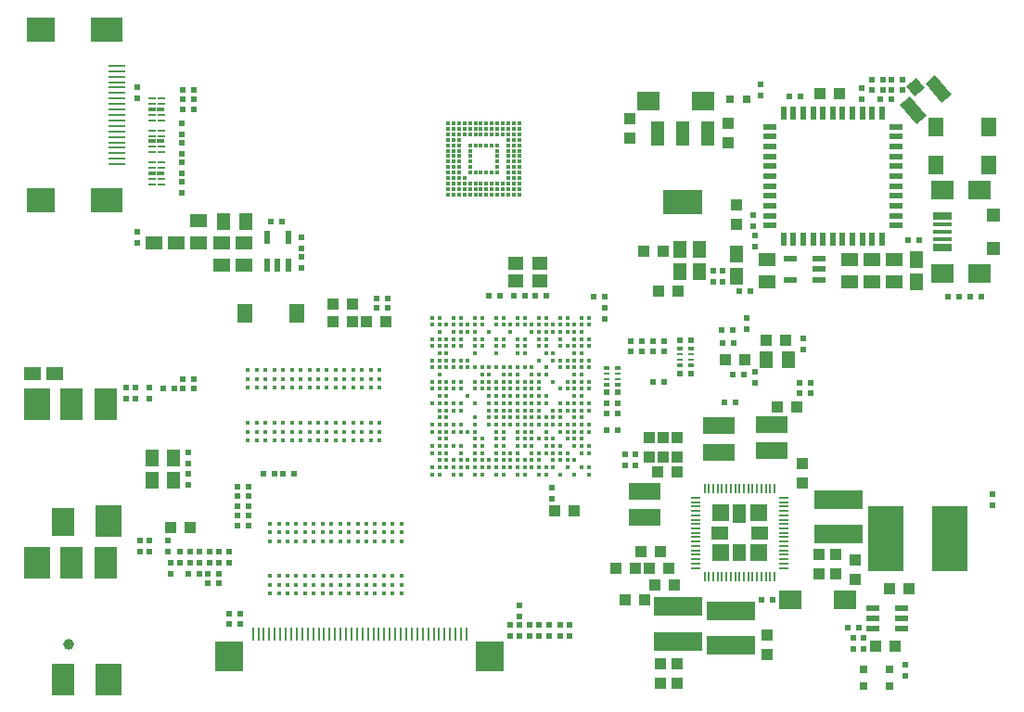
<source format=gbr>
%TF.GenerationSoftware,KiCad,Pcbnew,5.1.4-e60b266~84~ubuntu18.04.1*%
%TF.CreationDate,2025-05-23T09:22:49+03:00*%
%TF.ProjectId,A64-OlinuXino_Rev_H,4136342d-4f6c-4696-9e75-58696e6f5f52,H*%
%TF.SameCoordinates,PX5f5e100PY5f5e100*%
%TF.FileFunction,Paste,Top*%
%TF.FilePolarity,Positive*%
%FSLAX46Y46*%
G04 Gerber Fmt 4.6, Leading zero omitted, Abs format (unit mm)*
G04 Created by KiCad (PCBNEW 5.1.4-e60b266~84~ubuntu18.04.1) date 2025-05-23 09:22:49*
%MOMM*%
%LPD*%
G04 APERTURE LIST*
%ADD10R,2.000000X1.700000*%
%ADD11R,1.200000X1.300000*%
%ADD12R,1.700000X0.400000*%
%ADD13R,1.700000X0.700000*%
%ADD14R,3.000000X2.300000*%
%ADD15R,2.600000X2.300000*%
%ADD16R,1.580000X0.230000*%
%ADD17R,1.400000X1.200000*%
%ADD18C,1.000000*%
%ADD19R,1.300000X0.500000*%
%ADD20R,0.500000X1.300000*%
%ADD21R,0.500000X0.550000*%
%ADD22R,0.420000X0.420000*%
%ADD23R,1.327000X1.754000*%
%ADD24R,0.300000X0.300000*%
%ADD25R,2.398400X2.898400*%
%ADD26R,1.998400X2.898400*%
%ADD27R,1.998400X2.598400*%
%ADD28R,0.330000X0.330000*%
%ADD29R,0.550000X0.500000*%
%ADD30R,3.600000X2.200000*%
%ADD31R,1.219200X2.235200*%
%ADD32R,0.605000X0.305000*%
%ADD33R,0.605000X0.230000*%
%ADD34R,1.200000X0.550000*%
%ADD35R,3.200000X6.000000*%
%ADD36R,0.800000X0.800000*%
%ADD37R,2.600000X2.800000*%
%ADD38R,0.230000X1.280000*%
%ADD39R,0.211000X0.911000*%
%ADD40R,0.911000X0.211000*%
%ADD41R,1.500000X1.600000*%
%ADD42R,1.200000X1.600000*%
%ADD43R,1.600000X1.200000*%
%ADD44R,1.200000X1.700000*%
%ADD45R,3.000000X1.600000*%
%ADD46R,4.500000X1.750000*%
%ADD47R,1.016000X1.016000*%
%ADD48R,1.524000X1.270000*%
%ADD49R,1.270000X1.524000*%
%ADD50R,0.550000X1.200000*%
%ADD51R,0.675000X0.200000*%
%ADD52R,0.775000X0.300000*%
%ADD53C,1.202400*%
%ADD54C,0.100000*%
G04 APERTURE END LIST*
D10*
%TO.C,USB-OTG1*%
X87792000Y39000000D03*
X84342000Y39000000D03*
X87792000Y46700000D03*
D11*
X88992000Y41350000D03*
X88992000Y44350000D03*
D10*
X84372000Y46700000D03*
D12*
X84417000Y42850000D03*
X84417000Y42200000D03*
X84417000Y43500000D03*
D13*
X84417000Y44300000D03*
X84417000Y41400000D03*
%TD*%
D14*
%TO.C,HDMI1*%
X8105000Y61318000D03*
D15*
X2055000Y61318000D03*
X2055000Y45718000D03*
D14*
X8105000Y45718000D03*
D16*
X9055000Y58018000D03*
X9055000Y57518000D03*
X9055000Y57018000D03*
X9055000Y56518000D03*
X9055000Y56018000D03*
X9055000Y55518000D03*
X9055000Y55018000D03*
X9055000Y54518000D03*
X9055000Y54018000D03*
X9055000Y53518000D03*
X9055000Y53018000D03*
X9055000Y52518000D03*
X9055000Y52018000D03*
X9055000Y51518000D03*
X9055000Y51018000D03*
X9055000Y50518000D03*
X9055000Y50018000D03*
X9055000Y49518000D03*
X9055000Y49018000D03*
%TD*%
D17*
%TO.C,Q3*%
X47658000Y38367000D03*
X45458000Y39967000D03*
X45458000Y38367000D03*
X47658000Y39967000D03*
%TD*%
D18*
%TO.C,FID2*%
X4648000Y5131000D03*
%TD*%
D19*
%TO.C,U11*%
X80146000Y52430000D03*
X80146000Y51530000D03*
X80146000Y50630000D03*
X80146000Y49730000D03*
X80146000Y48830000D03*
X80146000Y47930000D03*
X80146000Y47030000D03*
X80146000Y46130000D03*
X80146000Y45230000D03*
X80146000Y44330000D03*
X80146000Y43430000D03*
D20*
X78871000Y42155000D03*
X77971000Y42155000D03*
X77071000Y42155000D03*
X76171000Y42155000D03*
X75271000Y42155000D03*
X74371000Y42155000D03*
X73471000Y42155000D03*
X72571000Y42155000D03*
X71671000Y42155000D03*
X70771000Y42155000D03*
X69871000Y42155000D03*
D19*
X68596000Y43430000D03*
X68596000Y44330000D03*
X68596000Y45230000D03*
X68596000Y46130000D03*
X68596000Y47030000D03*
X68596000Y47930000D03*
X68596000Y48830000D03*
X68596000Y49730000D03*
X68596000Y50630000D03*
X68596000Y51530000D03*
X68596000Y52430000D03*
D20*
X69871000Y53705000D03*
X70771000Y53705000D03*
X71671000Y53705000D03*
X72571000Y53705000D03*
X73471000Y53705000D03*
X74371000Y53705000D03*
X75271000Y53705000D03*
X76171000Y53705000D03*
X77071000Y53705000D03*
X77971000Y53705000D03*
X78871000Y53705000D03*
%TD*%
D21*
%TO.C,C106*%
X79705000Y54915000D03*
X78689000Y54915000D03*
%TD*%
%TO.C,L10*%
X78943000Y55804000D03*
X77927000Y55804000D03*
%TD*%
D22*
%TO.C,U2*%
X27800000Y16200000D03*
X27800000Y14600000D03*
X27000000Y14600000D03*
X26200000Y16200000D03*
X26200000Y15400000D03*
X28600000Y16200000D03*
X28600000Y14600000D03*
X28600000Y15400000D03*
X27800000Y15400000D03*
X27000000Y15400000D03*
X26200000Y14600000D03*
X27000000Y16200000D03*
X31000000Y16200000D03*
X31000000Y14600000D03*
X30200000Y14600000D03*
X29400000Y16200000D03*
X29400000Y15400000D03*
X31800000Y16200000D03*
X31800000Y14600000D03*
X31800000Y15400000D03*
X31000000Y15400000D03*
X30200000Y15400000D03*
X29400000Y14600000D03*
X30200000Y16200000D03*
X34200000Y16200000D03*
X34200000Y14600000D03*
X33400000Y14600000D03*
X32600000Y16200000D03*
X32600000Y15400000D03*
X35000000Y16200000D03*
X35000000Y14600000D03*
X35000000Y15400000D03*
X34200000Y15400000D03*
X33400000Y15400000D03*
X32600000Y14600000D03*
X33400000Y16200000D03*
X24600000Y11400000D03*
X24600000Y9800000D03*
X23800000Y9800000D03*
X23000000Y11400000D03*
X23000000Y10600000D03*
X24600000Y10600000D03*
X23800000Y10600000D03*
X23000000Y9800000D03*
X23800000Y11400000D03*
X27000000Y11400000D03*
X27000000Y9800000D03*
X26200000Y9800000D03*
X25400000Y11400000D03*
X25400000Y10600000D03*
X27800000Y11400000D03*
X27800000Y9800000D03*
X27800000Y10600000D03*
X27000000Y10600000D03*
X26200000Y10600000D03*
X25400000Y9800000D03*
X26200000Y11400000D03*
X30200000Y11400000D03*
X30200000Y9800000D03*
X29400000Y9800000D03*
X28600000Y11400000D03*
X28600000Y10600000D03*
X31000000Y11400000D03*
X31000000Y9800000D03*
X31000000Y10600000D03*
X30200000Y10600000D03*
X29400000Y10600000D03*
X28600000Y9800000D03*
X29400000Y11400000D03*
X33400000Y11400000D03*
X33400000Y9800000D03*
X32600000Y9800000D03*
X31800000Y11400000D03*
X31800000Y10600000D03*
X34200000Y11400000D03*
X34200000Y9800000D03*
X34200000Y10600000D03*
X33400000Y10600000D03*
X32600000Y10600000D03*
X31800000Y9800000D03*
X32600000Y11400000D03*
X25400000Y16200000D03*
X25400000Y14600000D03*
X25400000Y15400000D03*
X24600000Y14600000D03*
X24600000Y15400000D03*
X24600000Y16200000D03*
X23800000Y16200000D03*
X23800000Y15400000D03*
X23800000Y14600000D03*
X23000000Y16200000D03*
X23000000Y15400000D03*
X35000000Y11400000D03*
X35000000Y10600000D03*
X35000000Y9800000D03*
X23000000Y14600000D03*
%TD*%
%TO.C,U3*%
X25800000Y30200000D03*
X25800000Y28600000D03*
X25000000Y28600000D03*
X24200000Y30200000D03*
X24200000Y29400000D03*
X26600000Y30200000D03*
X26600000Y28600000D03*
X26600000Y29400000D03*
X25800000Y29400000D03*
X25000000Y29400000D03*
X24200000Y28600000D03*
X25000000Y30200000D03*
X29000000Y30200000D03*
X29000000Y28600000D03*
X28200000Y28600000D03*
X27400000Y30200000D03*
X27400000Y29400000D03*
X29800000Y30200000D03*
X29800000Y28600000D03*
X29800000Y29400000D03*
X29000000Y29400000D03*
X28200000Y29400000D03*
X27400000Y28600000D03*
X28200000Y30200000D03*
X32200000Y30200000D03*
X32200000Y28600000D03*
X31400000Y28600000D03*
X30600000Y30200000D03*
X30600000Y29400000D03*
X33000000Y30200000D03*
X33000000Y28600000D03*
X33000000Y29400000D03*
X32200000Y29400000D03*
X31400000Y29400000D03*
X30600000Y28600000D03*
X31400000Y30200000D03*
X22600000Y25400000D03*
X22600000Y23800000D03*
X21800000Y23800000D03*
X21000000Y25400000D03*
X21000000Y24600000D03*
X22600000Y24600000D03*
X21800000Y24600000D03*
X21000000Y23800000D03*
X21800000Y25400000D03*
X25000000Y25400000D03*
X25000000Y23800000D03*
X24200000Y23800000D03*
X23400000Y25400000D03*
X23400000Y24600000D03*
X25800000Y25400000D03*
X25800000Y23800000D03*
X25800000Y24600000D03*
X25000000Y24600000D03*
X24200000Y24600000D03*
X23400000Y23800000D03*
X24200000Y25400000D03*
X28200000Y25400000D03*
X28200000Y23800000D03*
X27400000Y23800000D03*
X26600000Y25400000D03*
X26600000Y24600000D03*
X29000000Y25400000D03*
X29000000Y23800000D03*
X29000000Y24600000D03*
X28200000Y24600000D03*
X27400000Y24600000D03*
X26600000Y23800000D03*
X27400000Y25400000D03*
X31400000Y25400000D03*
X31400000Y23800000D03*
X30600000Y23800000D03*
X29800000Y25400000D03*
X29800000Y24600000D03*
X32200000Y25400000D03*
X32200000Y23800000D03*
X32200000Y24600000D03*
X31400000Y24600000D03*
X30600000Y24600000D03*
X29800000Y23800000D03*
X30600000Y25400000D03*
X23400000Y30200000D03*
X23400000Y28600000D03*
X23400000Y29400000D03*
X22600000Y28600000D03*
X22600000Y29400000D03*
X22600000Y30200000D03*
X21800000Y30200000D03*
X21800000Y29400000D03*
X21800000Y28600000D03*
X21000000Y30200000D03*
X21000000Y29400000D03*
X33000000Y25400000D03*
X33000000Y24600000D03*
X33000000Y23800000D03*
X21000000Y28600000D03*
%TD*%
D23*
%TO.C,UBOOT1*%
X25453000Y35357000D03*
X20673000Y35357000D03*
%TD*%
%TO.C,RESET1*%
X88572000Y52375000D03*
X83792000Y52375000D03*
%TD*%
%TO.C,PWRON1*%
X88572000Y48946000D03*
X83792000Y48946000D03*
%TD*%
D24*
%TO.C,U5*%
X39250000Y50750000D03*
X39750000Y50750000D03*
X40250000Y50750000D03*
X41250000Y50750000D03*
X41750000Y50750000D03*
X42250000Y50750000D03*
X42750000Y50750000D03*
X43250000Y50750000D03*
X43750000Y50750000D03*
X44750000Y50750000D03*
X45250000Y50750000D03*
X45750000Y50750000D03*
X45750000Y50250000D03*
X45250000Y50250000D03*
X44750000Y50250000D03*
X43750000Y50250000D03*
X41250000Y50250000D03*
X40250000Y50250000D03*
X39750000Y50250000D03*
X39250000Y50250000D03*
X39250000Y49250000D03*
X39750000Y49250000D03*
X40250000Y49250000D03*
X41250000Y49250000D03*
X43750000Y49250000D03*
X44750000Y49250000D03*
X45250000Y49250000D03*
X45750000Y49250000D03*
X45750000Y49750000D03*
X45250000Y49750000D03*
X44750000Y49750000D03*
X43750000Y49750000D03*
X41250000Y49750000D03*
X40250000Y49750000D03*
X39750000Y49750000D03*
X39250000Y49750000D03*
X39250000Y51750000D03*
X39750000Y51750000D03*
X40250000Y51750000D03*
X40750000Y51750000D03*
X41250000Y51750000D03*
X41750000Y51750000D03*
X42250000Y51750000D03*
X42750000Y51750000D03*
X43250000Y51750000D03*
X43750000Y51750000D03*
X44250000Y51750000D03*
X44750000Y51750000D03*
X45250000Y51750000D03*
X45750000Y51750000D03*
X45750000Y51250000D03*
X45250000Y51250000D03*
X44750000Y51250000D03*
X40250000Y51250000D03*
X39750000Y51250000D03*
X39250000Y51250000D03*
X39250000Y52250000D03*
X39750000Y52250000D03*
X40250000Y52250000D03*
X40750000Y52250000D03*
X41250000Y52250000D03*
X41750000Y52250000D03*
X42250000Y52250000D03*
X42750000Y52250000D03*
X43250000Y52250000D03*
X43750000Y52250000D03*
X44250000Y52250000D03*
X44750000Y52250000D03*
X45250000Y52250000D03*
X45750000Y52250000D03*
X45750000Y52750000D03*
X45250000Y52750000D03*
X44750000Y52750000D03*
X44250000Y52750000D03*
X43750000Y52750000D03*
X43250000Y52750000D03*
X42750000Y52750000D03*
X42250000Y52750000D03*
X41750000Y52750000D03*
X41250000Y52750000D03*
X40750000Y52750000D03*
X40250000Y52750000D03*
X39750000Y52750000D03*
X39250000Y52750000D03*
X39250000Y47750000D03*
X39750000Y47750000D03*
X40250000Y47750000D03*
X40750000Y47750000D03*
X44750000Y47750000D03*
X45250000Y47750000D03*
X45750000Y47750000D03*
X45750000Y47250000D03*
X45250000Y47250000D03*
X44750000Y47250000D03*
X44250000Y47250000D03*
X43750000Y47250000D03*
X43250000Y47250000D03*
X42750000Y47250000D03*
X42250000Y47250000D03*
X41750000Y47250000D03*
X41250000Y47250000D03*
X40750000Y47250000D03*
X40250000Y47250000D03*
X39750000Y47250000D03*
X39250000Y47250000D03*
X39250000Y48250000D03*
X39750000Y48250000D03*
X40250000Y48250000D03*
X41250000Y48250000D03*
X41750000Y48250000D03*
X42250000Y48250000D03*
X42750000Y48250000D03*
X43250000Y48250000D03*
X43750000Y48250000D03*
X44750000Y48250000D03*
X45250000Y48250000D03*
X45750000Y48250000D03*
X45750000Y48750000D03*
X45250000Y48750000D03*
X44750000Y48750000D03*
X43750000Y48750000D03*
X41250000Y48750000D03*
X40250000Y48750000D03*
X39750000Y48750000D03*
X39250000Y48750000D03*
X39250000Y46250000D03*
X39750000Y46250000D03*
X40250000Y46250000D03*
X40750000Y46250000D03*
X41250000Y46250000D03*
X41750000Y46250000D03*
X42250000Y46250000D03*
X42750000Y46250000D03*
X43250000Y46250000D03*
X43750000Y46250000D03*
X44250000Y46250000D03*
X44750000Y46250000D03*
X45250000Y46250000D03*
X45750000Y46250000D03*
X45750000Y46750000D03*
X45250000Y46750000D03*
X44750000Y46750000D03*
X44250000Y46750000D03*
X43750000Y46750000D03*
X43250000Y46750000D03*
X42750000Y46750000D03*
X42250000Y46750000D03*
X41750000Y46750000D03*
X41250000Y46750000D03*
X40750000Y46750000D03*
X40250000Y46750000D03*
X39750000Y46750000D03*
X39250000Y46750000D03*
%TD*%
D25*
%TO.C,HEADPHONES/LINEOUT1*%
X1781000Y27068000D03*
X8281000Y16468000D03*
D26*
X7981000Y27068000D03*
D27*
X4081000Y16318000D03*
D26*
X4881000Y27068000D03*
%TD*%
D28*
%TO.C,U1*%
X45600000Y35000000D03*
X46250000Y35000000D03*
X48200000Y35000000D03*
X47550000Y35000000D03*
X51450000Y35000000D03*
X52100000Y35000000D03*
X50150000Y35000000D03*
X49500000Y35000000D03*
X41700000Y35000000D03*
X42350000Y35000000D03*
X44300000Y35000000D03*
X43650000Y35000000D03*
X39750000Y35000000D03*
X40400000Y35000000D03*
X38450000Y35000000D03*
X37800000Y35000000D03*
X37800000Y34350000D03*
X38450000Y34350000D03*
X39100000Y34350000D03*
X41050000Y34350000D03*
X40400000Y34350000D03*
X39750000Y34350000D03*
X43650000Y34350000D03*
X44300000Y34350000D03*
X44950000Y34350000D03*
X42350000Y34350000D03*
X41700000Y34350000D03*
X49500000Y34350000D03*
X50150000Y34350000D03*
X50800000Y34350000D03*
X52100000Y34350000D03*
X51450000Y34350000D03*
X47550000Y34350000D03*
X48200000Y34350000D03*
X48850000Y34350000D03*
X46900000Y34350000D03*
X46250000Y34350000D03*
X45600000Y34350000D03*
X45600000Y33050000D03*
X46250000Y33050000D03*
X48200000Y33050000D03*
X47550000Y33050000D03*
X51450000Y33050000D03*
X52100000Y33050000D03*
X50800000Y33050000D03*
X49500000Y33050000D03*
X41700000Y33050000D03*
X42350000Y33050000D03*
X44300000Y33050000D03*
X43650000Y33050000D03*
X39750000Y33050000D03*
X40400000Y33050000D03*
X39100000Y33050000D03*
X38450000Y33050000D03*
X37800000Y33050000D03*
X38450000Y33700000D03*
X41050000Y33700000D03*
X40400000Y33700000D03*
X39750000Y33700000D03*
X44950000Y33700000D03*
X43000000Y33700000D03*
X41700000Y33700000D03*
X49500000Y33700000D03*
X50150000Y33700000D03*
X50800000Y33700000D03*
X51450000Y33700000D03*
X47550000Y33700000D03*
X48200000Y33700000D03*
X48850000Y33700000D03*
X46900000Y33700000D03*
X48850000Y31100000D03*
X47550000Y31100000D03*
X51450000Y31100000D03*
X52100000Y31100000D03*
X50800000Y31100000D03*
X50150000Y31100000D03*
X49500000Y31100000D03*
X39750000Y31100000D03*
X40400000Y31100000D03*
X41050000Y31100000D03*
X39100000Y31100000D03*
X38450000Y31100000D03*
X37800000Y31100000D03*
X45600000Y31750000D03*
X46250000Y31750000D03*
X48850000Y31750000D03*
X48200000Y31750000D03*
X51450000Y31750000D03*
X50800000Y31750000D03*
X41700000Y31750000D03*
X43650000Y31750000D03*
X39100000Y31750000D03*
X38450000Y31750000D03*
X37800000Y32400000D03*
X38450000Y32400000D03*
X39100000Y32400000D03*
X40400000Y32400000D03*
X39750000Y32400000D03*
X43650000Y32400000D03*
X44300000Y32400000D03*
X42350000Y32400000D03*
X41700000Y32400000D03*
X49500000Y32400000D03*
X50150000Y32400000D03*
X50800000Y32400000D03*
X52100000Y32400000D03*
X51450000Y32400000D03*
X47550000Y32400000D03*
X48200000Y32400000D03*
X46250000Y32400000D03*
X45600000Y32400000D03*
X45600000Y25250000D03*
X46250000Y25250000D03*
X46900000Y25250000D03*
X48850000Y25250000D03*
X48200000Y25250000D03*
X47550000Y25250000D03*
X51450000Y25250000D03*
X52100000Y25250000D03*
X50800000Y25250000D03*
X50150000Y25250000D03*
X49500000Y25250000D03*
X41700000Y25250000D03*
X43000000Y25250000D03*
X44950000Y25250000D03*
X44300000Y25250000D03*
X43650000Y25250000D03*
X39750000Y25250000D03*
X40400000Y25250000D03*
X39100000Y25250000D03*
X38450000Y25250000D03*
X37800000Y25250000D03*
X37800000Y24600000D03*
X38450000Y24600000D03*
X39100000Y24600000D03*
X41050000Y24600000D03*
X40400000Y24600000D03*
X39750000Y24600000D03*
X43650000Y24600000D03*
X44300000Y24600000D03*
X41700000Y24600000D03*
X49500000Y24600000D03*
X50150000Y24600000D03*
X50800000Y24600000D03*
X52100000Y24600000D03*
X51450000Y24600000D03*
X48200000Y24600000D03*
X46900000Y24600000D03*
X46250000Y24600000D03*
X45600000Y24600000D03*
X45600000Y23300000D03*
X46250000Y23300000D03*
X46900000Y23300000D03*
X48850000Y23300000D03*
X48200000Y23300000D03*
X51450000Y23300000D03*
X52100000Y23300000D03*
X50800000Y23300000D03*
X49500000Y23300000D03*
X41700000Y23300000D03*
X42350000Y23300000D03*
X44300000Y23300000D03*
X43650000Y23300000D03*
X39750000Y23300000D03*
X40400000Y23300000D03*
X39100000Y23300000D03*
X38450000Y23300000D03*
X37800000Y23300000D03*
X38450000Y23950000D03*
X39100000Y23950000D03*
X43650000Y23950000D03*
X44300000Y23950000D03*
X42350000Y23950000D03*
X41700000Y23950000D03*
X50150000Y23950000D03*
X50800000Y23950000D03*
X51450000Y23950000D03*
X47550000Y23950000D03*
X48200000Y23950000D03*
X48850000Y23950000D03*
X46900000Y23950000D03*
X46250000Y23950000D03*
X45600000Y23950000D03*
X45600000Y21350000D03*
X46250000Y21350000D03*
X46900000Y21350000D03*
X48850000Y21350000D03*
X48200000Y21350000D03*
X47550000Y21350000D03*
X51450000Y21350000D03*
X52100000Y21350000D03*
X50150000Y21350000D03*
X41700000Y21350000D03*
X42350000Y21350000D03*
X43000000Y21350000D03*
X44950000Y21350000D03*
X44300000Y21350000D03*
X43650000Y21350000D03*
X39750000Y21350000D03*
X40400000Y21350000D03*
X41050000Y21350000D03*
X39100000Y21350000D03*
X38450000Y21350000D03*
X37800000Y21350000D03*
X37800000Y20700000D03*
X38450000Y20700000D03*
X40400000Y20700000D03*
X39750000Y20700000D03*
X43650000Y20700000D03*
X44300000Y20700000D03*
X42350000Y20700000D03*
X41700000Y20700000D03*
X49500000Y20700000D03*
X50800000Y20700000D03*
X52100000Y20700000D03*
X47550000Y20700000D03*
X48200000Y20700000D03*
X46250000Y20700000D03*
X45600000Y20700000D03*
X45600000Y22000000D03*
X46250000Y22000000D03*
X46900000Y22000000D03*
X48850000Y22000000D03*
X47550000Y22000000D03*
X50800000Y22000000D03*
X50150000Y22000000D03*
X49500000Y22000000D03*
X41700000Y22000000D03*
X42350000Y22000000D03*
X43000000Y22000000D03*
X44950000Y22000000D03*
X44300000Y22000000D03*
X43650000Y22000000D03*
X39750000Y22000000D03*
X40400000Y22000000D03*
X41050000Y22000000D03*
X39100000Y22000000D03*
X38450000Y22000000D03*
X37800000Y22650000D03*
X38450000Y22650000D03*
X39100000Y22650000D03*
X40400000Y22650000D03*
X43650000Y22650000D03*
X44300000Y22650000D03*
X44950000Y22650000D03*
X42350000Y22650000D03*
X41700000Y22650000D03*
X49500000Y22650000D03*
X50150000Y22650000D03*
X52100000Y22650000D03*
X51450000Y22650000D03*
X47550000Y22650000D03*
X48200000Y22650000D03*
X48850000Y22650000D03*
X46900000Y22650000D03*
X45600000Y22650000D03*
X45600000Y27850000D03*
X46250000Y27850000D03*
X46900000Y27850000D03*
X48200000Y27850000D03*
X47550000Y27850000D03*
X51450000Y27850000D03*
X50800000Y27850000D03*
X43000000Y27850000D03*
X44950000Y27850000D03*
X44300000Y27850000D03*
X43650000Y27850000D03*
X41050000Y27850000D03*
X39100000Y27850000D03*
X38450000Y27850000D03*
X37800000Y27200000D03*
X38450000Y27200000D03*
X39100000Y27200000D03*
X40400000Y27200000D03*
X39750000Y27200000D03*
X43650000Y27200000D03*
X44300000Y27200000D03*
X44950000Y27200000D03*
X43000000Y27200000D03*
X41700000Y27200000D03*
X49500000Y27200000D03*
X50150000Y27200000D03*
X50800000Y27200000D03*
X52100000Y27200000D03*
X51450000Y27200000D03*
X47550000Y27200000D03*
X48200000Y27200000D03*
X46900000Y27200000D03*
X46250000Y27200000D03*
X45600000Y27200000D03*
X45600000Y25900000D03*
X46250000Y25900000D03*
X46900000Y25900000D03*
X48850000Y25900000D03*
X48200000Y25900000D03*
X47550000Y25900000D03*
X51450000Y25900000D03*
X50800000Y25900000D03*
X49500000Y25900000D03*
X41700000Y25900000D03*
X43000000Y25900000D03*
X44950000Y25900000D03*
X44300000Y25900000D03*
X43650000Y25900000D03*
X39100000Y25900000D03*
X38450000Y25900000D03*
X38450000Y26550000D03*
X39100000Y26550000D03*
X40400000Y26550000D03*
X39750000Y26550000D03*
X43650000Y26550000D03*
X44300000Y26550000D03*
X44950000Y26550000D03*
X43000000Y26550000D03*
X49500000Y26550000D03*
X50150000Y26550000D03*
X50800000Y26550000D03*
X52100000Y26550000D03*
X51450000Y26550000D03*
X47550000Y26550000D03*
X48850000Y26550000D03*
X46900000Y26550000D03*
X46250000Y26550000D03*
X45600000Y26550000D03*
X45600000Y29150000D03*
X46250000Y29150000D03*
X46900000Y29150000D03*
X48850000Y29150000D03*
X47550000Y29150000D03*
X51450000Y29150000D03*
X52100000Y29150000D03*
X50800000Y29150000D03*
X50150000Y29150000D03*
X41700000Y29150000D03*
X42350000Y29150000D03*
X43000000Y29150000D03*
X44950000Y29150000D03*
X44300000Y29150000D03*
X43650000Y29150000D03*
X39750000Y29150000D03*
X40400000Y29150000D03*
X39100000Y29150000D03*
X38450000Y29150000D03*
X37800000Y29150000D03*
X37800000Y28500000D03*
X38450000Y28500000D03*
X39100000Y28500000D03*
X40400000Y28500000D03*
X39750000Y28500000D03*
X43650000Y28500000D03*
X44300000Y28500000D03*
X44950000Y28500000D03*
X43000000Y28500000D03*
X42350000Y28500000D03*
X41700000Y28500000D03*
X49500000Y28500000D03*
X50150000Y28500000D03*
X50800000Y28500000D03*
X52100000Y28500000D03*
X51450000Y28500000D03*
X47550000Y28500000D03*
X46900000Y28500000D03*
X46250000Y28500000D03*
X45600000Y28500000D03*
X45600000Y29800000D03*
X46900000Y29800000D03*
X48200000Y29800000D03*
X47550000Y29800000D03*
X51450000Y29800000D03*
X50800000Y29800000D03*
X42350000Y29800000D03*
X43000000Y29800000D03*
X44950000Y29800000D03*
X44300000Y29800000D03*
X38450000Y29800000D03*
X37800000Y30450000D03*
X38450000Y30450000D03*
X39100000Y30450000D03*
X41050000Y30450000D03*
X40400000Y30450000D03*
X39750000Y30450000D03*
X43650000Y30450000D03*
X44300000Y30450000D03*
X44950000Y30450000D03*
X43000000Y30450000D03*
X42350000Y30450000D03*
X41700000Y30450000D03*
X49500000Y30450000D03*
X50150000Y30450000D03*
X50800000Y30450000D03*
X52100000Y30450000D03*
X51450000Y30450000D03*
X48200000Y30450000D03*
X46900000Y30450000D03*
X46250000Y30450000D03*
X45600000Y30450000D03*
%TD*%
D29*
%TO.C,R73*%
X45796000Y7734500D03*
X45796000Y8750500D03*
%TD*%
%TO.C,R124*%
X45796000Y6909000D03*
X45796000Y5893000D03*
%TD*%
%TO.C,R123*%
X47574000Y6909000D03*
X47574000Y5893000D03*
%TD*%
%TO.C,R122*%
X46685000Y5893000D03*
X46685000Y6909000D03*
%TD*%
D30*
%TO.C,VR1*%
X60655000Y45593000D03*
D31*
X58343600Y51790800D03*
X60655000Y51790800D03*
X62966400Y51790800D03*
%TD*%
D32*
%TO.C,RM1*%
X53729000Y30432000D03*
X54754000Y30432000D03*
D33*
X53729000Y29892000D03*
X54754000Y29892000D03*
X53729000Y29392000D03*
X54754000Y29392000D03*
D32*
X53729000Y28852000D03*
X54754000Y28852000D03*
%TD*%
%TO.C,RM8*%
X61421500Y30630000D03*
X60396500Y30630000D03*
D33*
X61421500Y31170000D03*
X60396500Y31170000D03*
X61421500Y31670000D03*
X60396500Y31670000D03*
D32*
X61421500Y32210000D03*
X60396500Y32210000D03*
%TD*%
D34*
%TO.C,U13*%
X78023900Y8494000D03*
X78023900Y7544000D03*
X78023900Y6594000D03*
X80624100Y6594000D03*
X80624100Y7544000D03*
X80624100Y8494000D03*
%TD*%
D35*
%TO.C,L16*%
X79218000Y14783000D03*
X85018000Y14783000D03*
%TD*%
D21*
%TO.C,R117*%
X57988000Y29134000D03*
X59004000Y29134000D03*
%TD*%
D36*
%TO.C,CHGLED1*%
X77165000Y1321000D03*
X77165000Y2845000D03*
%TD*%
%TO.C,PWRLED1*%
X79578000Y1321000D03*
X79578000Y2845000D03*
%TD*%
D25*
%TO.C,MIC/LINEIN1*%
X1781000Y12590000D03*
X8281000Y1990000D03*
D26*
X7981000Y12590000D03*
X4081000Y1990000D03*
X4881000Y12590000D03*
%TD*%
D37*
%TO.C,LCD_CON1*%
X19291000Y4030000D03*
X43091000Y4030000D03*
D38*
X21441000Y6130000D03*
X21941000Y6130000D03*
X22441000Y6130000D03*
X22941000Y6130000D03*
X23441000Y6130000D03*
X23941000Y6130000D03*
X24441000Y6130000D03*
X24941000Y6130000D03*
X25441000Y6130000D03*
X25941000Y6130000D03*
X26441000Y6130000D03*
X26941000Y6130000D03*
X27441000Y6130000D03*
X27941000Y6130000D03*
X28441000Y6130000D03*
X28941000Y6130000D03*
X29441000Y6130000D03*
X29941000Y6130000D03*
X30441000Y6130000D03*
X30941000Y6130000D03*
X31441000Y6130000D03*
X31941000Y6130000D03*
X32441000Y6130000D03*
X32941000Y6130000D03*
X33441000Y6130000D03*
X33941000Y6130000D03*
X34441000Y6130000D03*
X34941000Y6130000D03*
X35441000Y6130000D03*
X35941000Y6130000D03*
X36441000Y6130000D03*
X36941000Y6130000D03*
X37441000Y6130000D03*
X37941000Y6130000D03*
X38441000Y6130000D03*
X38941000Y6130000D03*
X39441000Y6130000D03*
X39941000Y6130000D03*
X40441000Y6130000D03*
X40941000Y6130000D03*
%TD*%
D39*
%TO.C,U14*%
X69062000Y19354500D03*
X68662000Y19354500D03*
X68262000Y19354500D03*
X67862000Y19354500D03*
X67462000Y19354500D03*
X67062000Y19354500D03*
X66662000Y19354500D03*
X66262000Y19354500D03*
X65862000Y19354500D03*
X65462000Y19354500D03*
X65062000Y19354500D03*
X64662000Y19354500D03*
X64262000Y19354500D03*
X63862000Y19354500D03*
X63462000Y19354500D03*
X63062000Y19354500D03*
X62662000Y19354500D03*
D40*
X61862000Y18554500D03*
X61862000Y18154500D03*
X61862000Y17754500D03*
X61862000Y17354500D03*
X61862000Y16954500D03*
X61862000Y16554500D03*
X61862000Y16154500D03*
X61862000Y15754500D03*
X61862000Y15354500D03*
X61862000Y14954500D03*
X61862000Y14554500D03*
X61862000Y14154500D03*
X61862000Y13754500D03*
X61862000Y13354500D03*
X61862000Y12954500D03*
X61862000Y12554500D03*
X61862000Y12154500D03*
D39*
X62662000Y11354500D03*
X63062000Y11354500D03*
X63462000Y11354500D03*
X63862000Y11354500D03*
X64262000Y11354500D03*
X64662000Y11354500D03*
X65062000Y11354500D03*
X65462000Y11354500D03*
X65862000Y11354500D03*
X66262000Y11354500D03*
X66662000Y11354500D03*
X67062000Y11354500D03*
X67462000Y11354500D03*
X67862000Y11354500D03*
X68262000Y11354500D03*
X68662000Y11354500D03*
X69062000Y11354500D03*
D40*
X69862000Y12154500D03*
X69862000Y12554500D03*
X69862000Y12954500D03*
X69862000Y13354500D03*
X69862000Y13754500D03*
X69862000Y14154500D03*
X69862000Y14554500D03*
X69862000Y14954500D03*
X69862000Y15354500D03*
X69862000Y15754500D03*
X69862000Y16154500D03*
X69862000Y16554500D03*
X69862000Y16954500D03*
X69862000Y17354500D03*
X69862000Y17754500D03*
X69862000Y18154500D03*
X69862000Y18554500D03*
D41*
X67612000Y13554500D03*
D42*
X65862000Y13554500D03*
D41*
X64112000Y13554500D03*
D43*
X67662000Y15354500D03*
X64062000Y15354500D03*
D41*
X67612000Y17154500D03*
D44*
X65862000Y17104500D03*
D41*
X64112000Y17154500D03*
%TD*%
D45*
%TO.C,L19*%
X68783000Y25254000D03*
X68783000Y22854000D03*
%TD*%
%TO.C,L20*%
X63957000Y25127000D03*
X63957000Y22727000D03*
%TD*%
%TO.C,L14*%
X57226000Y19158000D03*
X57226000Y16758000D03*
%TD*%
D46*
%TO.C,L17*%
X60274000Y5436000D03*
X60274000Y8636000D03*
%TD*%
%TO.C,L15*%
X65100000Y5055000D03*
X65100000Y8255000D03*
%TD*%
%TO.C,L18*%
X74879000Y18415000D03*
X74879000Y15215000D03*
%TD*%
D21*
%TO.C,C187*%
X43002000Y37008000D03*
X44018000Y37008000D03*
%TD*%
D47*
%TO.C,C91*%
X65608000Y43485000D03*
X65608000Y45263000D03*
%TD*%
D21*
%TO.C,C32*%
X19992000Y18700000D03*
X21008000Y18700000D03*
%TD*%
%TO.C,C33*%
X21008000Y16000000D03*
X19992000Y16000000D03*
%TD*%
D47*
%TO.C,C47*%
X28778000Y36246000D03*
X30556000Y36246000D03*
%TD*%
D29*
%TO.C,C48*%
X14808000Y12624000D03*
X14808000Y13640000D03*
%TD*%
D47*
%TO.C,C49*%
X30556000Y34658500D03*
X28778000Y34658500D03*
%TD*%
D29*
%TO.C,C52*%
X16586000Y13640000D03*
X16586000Y12624000D03*
%TD*%
D47*
%TO.C,C57*%
X13919000Y15799000D03*
X15697000Y15799000D03*
%TD*%
D29*
%TO.C,C58*%
X11125000Y14656000D03*
X11125000Y13640000D03*
%TD*%
%TO.C,C60*%
X17475000Y13640000D03*
X17475000Y12624000D03*
%TD*%
%TO.C,C62*%
X19253000Y13640000D03*
X19253000Y12624000D03*
%TD*%
D47*
%TO.C,C63*%
X31826000Y34658500D03*
X33604000Y34658500D03*
%TD*%
D29*
%TO.C,C65*%
X15570000Y20752000D03*
X15570000Y19736000D03*
%TD*%
D21*
%TO.C,C66*%
X14300000Y28499000D03*
X13284000Y28499000D03*
%TD*%
%TO.C,C67*%
X81229000Y42088000D03*
X82245000Y42088000D03*
%TD*%
D48*
%TO.C,C68*%
X75895000Y38278000D03*
X75895000Y40310000D03*
%TD*%
%TO.C,C69*%
X77927000Y38278000D03*
X77927000Y40310000D03*
%TD*%
%TO.C,C70*%
X79959000Y38278000D03*
X79959000Y40310000D03*
%TD*%
%TO.C,C71*%
X68402000Y40310000D03*
X68402000Y38278000D03*
%TD*%
D29*
%TO.C,C74*%
X10871000Y42850000D03*
X10871000Y41834000D03*
%TD*%
D48*
%TO.C,C75*%
X20650000Y39802000D03*
X20650000Y41834000D03*
%TD*%
%TO.C,C76*%
X18618000Y39802000D03*
X18618000Y41834000D03*
%TD*%
%TO.C,C77*%
X16459000Y41834000D03*
X16459000Y43866000D03*
%TD*%
D49*
%TO.C,C78*%
X18745000Y43739000D03*
X20777000Y43739000D03*
%TD*%
D47*
%TO.C,C89*%
X73228000Y55423000D03*
X75006000Y55423000D03*
%TD*%
D21*
%TO.C,C90*%
X71450000Y55169000D03*
X70434000Y55169000D03*
%TD*%
D29*
%TO.C,C92*%
X67132000Y43358000D03*
X67132000Y44374000D03*
%TD*%
%TO.C,C105*%
X77038000Y54915000D03*
X77038000Y55931000D03*
%TD*%
D21*
%TO.C,C107*%
X80721000Y55804000D03*
X79705000Y55804000D03*
%TD*%
D47*
%TO.C,C122*%
X58369000Y20879000D03*
X60147000Y20879000D03*
%TD*%
%TO.C,C124*%
X73101000Y13386000D03*
X73101000Y11608000D03*
%TD*%
%TO.C,C129*%
X60147000Y3353000D03*
X60147000Y1575000D03*
%TD*%
%TO.C,C131*%
X58623000Y3353000D03*
X58623000Y1575000D03*
%TD*%
%TO.C,C136*%
X55448000Y9195000D03*
X57226000Y9195000D03*
%TD*%
%TO.C,C138*%
X76403000Y11100000D03*
X76403000Y12878000D03*
%TD*%
%TO.C,C139*%
X54559000Y12116000D03*
X56337000Y12116000D03*
%TD*%
%TO.C,C140*%
X80086000Y5004000D03*
X78308000Y5004000D03*
%TD*%
%TO.C,C141*%
X81356000Y10211000D03*
X79578000Y10211000D03*
%TD*%
%TO.C,C143*%
X68402000Y6020000D03*
X68402000Y4242000D03*
%TD*%
%TO.C,C144*%
X74625000Y13386000D03*
X74625000Y11608000D03*
%TD*%
%TO.C,C146*%
X50749000Y17323000D03*
X48971000Y17323000D03*
%TD*%
%TO.C,C150*%
X69291000Y26848000D03*
X71069000Y26848000D03*
%TD*%
%TO.C,C154*%
X60147000Y24054000D03*
X60147000Y22276000D03*
%TD*%
%TO.C,C163*%
X58877000Y24054000D03*
X58877000Y22276000D03*
%TD*%
%TO.C,C166*%
X57607000Y24054000D03*
X57607000Y22276000D03*
%TD*%
%TO.C,C169*%
X57607000Y12116000D03*
X59385000Y12116000D03*
%TD*%
%TO.C,C172*%
X71577000Y19863000D03*
X71577000Y21641000D03*
%TD*%
%TO.C,C175*%
X56845000Y13640000D03*
X58623000Y13640000D03*
%TD*%
%TO.C,C182*%
X59893000Y10592000D03*
X58115000Y10592000D03*
%TD*%
D21*
%TO.C,C185*%
X48209000Y37008000D03*
X47193000Y37008000D03*
%TD*%
D29*
%TO.C,C186*%
X56337000Y21514000D03*
X56337000Y22530000D03*
%TD*%
D21*
%TO.C,C193*%
X33731000Y35865000D03*
X32715000Y35865000D03*
%TD*%
D29*
%TO.C,C195*%
X55448000Y21514000D03*
X55448000Y22530000D03*
%TD*%
D10*
%TO.C,D2*%
X70474000Y9195000D03*
X75474000Y9195000D03*
%TD*%
D49*
%TO.C,L3*%
X12268000Y22149000D03*
X12268000Y20117000D03*
%TD*%
D48*
%TO.C,L4*%
X3378000Y29896000D03*
X1346000Y29896000D03*
%TD*%
D49*
%TO.C,L5*%
X14173000Y22149000D03*
X14173000Y20117000D03*
%TD*%
%TO.C,L6*%
X81991000Y38278000D03*
X81991000Y40310000D03*
%TD*%
D48*
%TO.C,L8*%
X14427000Y41834000D03*
X12395000Y41834000D03*
%TD*%
D21*
%TO.C,R33*%
X53733500Y24752500D03*
X54749500Y24752500D03*
%TD*%
D29*
%TO.C,R39*%
X14935000Y46406000D03*
X14935000Y47422000D03*
%TD*%
%TO.C,R43*%
X14935000Y49200000D03*
X14935000Y48184000D03*
%TD*%
%TO.C,R44*%
X14935000Y49962000D03*
X14935000Y50978000D03*
%TD*%
%TO.C,R45*%
X14935000Y52756000D03*
X14935000Y51740000D03*
%TD*%
D34*
%TO.C,U6*%
X73131000Y38471000D03*
X73131000Y39421000D03*
X73131000Y40371000D03*
X70531000Y38471000D03*
X70531000Y40371000D03*
%TD*%
D50*
%TO.C,U9*%
X22748000Y39772000D03*
X23698000Y39772000D03*
X24648000Y39772000D03*
X22748000Y42372000D03*
X24648000Y42372000D03*
%TD*%
D29*
%TO.C,R40*%
X67259000Y42469000D03*
X67259000Y41453000D03*
%TD*%
D21*
%TO.C,R70*%
X19253000Y7925000D03*
X20269000Y7925000D03*
%TD*%
%TO.C,R71*%
X19253000Y7036000D03*
X20269000Y7036000D03*
%TD*%
D29*
%TO.C,R74*%
X80975000Y2273500D03*
X80975000Y3289500D03*
%TD*%
%TO.C,R82*%
X76276000Y4750000D03*
X76276000Y5766000D03*
%TD*%
%TO.C,R101*%
X53543000Y35865000D03*
X53543000Y34849000D03*
%TD*%
D21*
%TO.C,R102*%
X53543000Y36881000D03*
X52527000Y36881000D03*
%TD*%
%TO.C,R103*%
X33731000Y36754000D03*
X32715000Y36754000D03*
%TD*%
%TO.C,R104*%
X67894000Y9195000D03*
X68910000Y9195000D03*
%TD*%
%TO.C,R80*%
X76784000Y6655000D03*
X75768000Y6655000D03*
%TD*%
D29*
%TO.C,R81*%
X77165000Y4750000D03*
X77165000Y5766000D03*
%TD*%
%TO.C,R75*%
X50368000Y5893000D03*
X50368000Y6909000D03*
%TD*%
%TO.C,R76*%
X48437600Y5893000D03*
X48437600Y6909000D03*
%TD*%
%TO.C,R77*%
X49479000Y5893000D03*
X49479000Y6909000D03*
%TD*%
%TO.C,R79*%
X44907000Y6909000D03*
X44907000Y5893000D03*
%TD*%
%TO.C,R25*%
X13665000Y14656000D03*
X13665000Y13640000D03*
%TD*%
D21*
%TO.C,R26*%
X18364000Y10719000D03*
X17348000Y10719000D03*
%TD*%
D29*
%TO.C,R29*%
X13919000Y12624000D03*
X13919000Y11608000D03*
%TD*%
%TO.C,R32*%
X9855000Y27610000D03*
X9855000Y28626000D03*
%TD*%
D21*
%TO.C,R35*%
X16078000Y29388000D03*
X15062000Y29388000D03*
%TD*%
%TO.C,R48*%
X24079000Y43739000D03*
X23063000Y43739000D03*
%TD*%
D29*
%TO.C,R49*%
X25857000Y39548000D03*
X25857000Y40564000D03*
%TD*%
D21*
%TO.C,R47*%
X15062000Y54026000D03*
X16078000Y54026000D03*
%TD*%
%TO.C,R50*%
X15062000Y54915000D03*
X16078000Y54915000D03*
%TD*%
D29*
%TO.C,R51*%
X10871000Y56058000D03*
X10871000Y55042000D03*
%TD*%
D21*
%TO.C,R52*%
X16078000Y55804000D03*
X15062000Y55804000D03*
%TD*%
D29*
%TO.C,R7*%
X48717000Y19482000D03*
X48717000Y18466000D03*
%TD*%
D21*
%TO.C,R11*%
X19992000Y17800000D03*
X21008000Y17800000D03*
%TD*%
%TO.C,R12*%
X21008000Y16900000D03*
X19992000Y16900000D03*
%TD*%
%TO.C,R6*%
X21008000Y19600000D03*
X19992000Y19600000D03*
%TD*%
%TO.C,R10*%
X25222000Y20752000D03*
X24206000Y20752000D03*
%TD*%
%TO.C,R14*%
X22428000Y20752000D03*
X23444000Y20752000D03*
%TD*%
D29*
%TO.C,R99*%
X25857000Y42342000D03*
X25857000Y41326000D03*
%TD*%
%TO.C,R34*%
X12014000Y27610000D03*
X12014000Y28626000D03*
%TD*%
D21*
%TO.C,R94*%
X46304000Y37008000D03*
X45288000Y37008000D03*
%TD*%
D49*
%TO.C,C202*%
X68275000Y31166000D03*
X70307000Y31166000D03*
%TD*%
D47*
%TO.C,C204*%
X60274000Y37389000D03*
X58496000Y37389000D03*
%TD*%
%TO.C,C205*%
X64592000Y31166000D03*
X66370000Y31166000D03*
%TD*%
%TO.C,C214*%
X70053000Y32944000D03*
X68275000Y32944000D03*
%TD*%
%TO.C,C218*%
X55829000Y51359000D03*
X55829000Y53137000D03*
%TD*%
%TO.C,C219*%
X57099000Y41072000D03*
X58877000Y41072000D03*
%TD*%
D49*
%TO.C,L21*%
X65608000Y38786000D03*
X65608000Y40818000D03*
%TD*%
%TO.C,L23*%
X62179000Y39167000D03*
X62179000Y41199000D03*
%TD*%
%TO.C,L24*%
X60401000Y39167000D03*
X60401000Y41199000D03*
%TD*%
D21*
%TO.C,R106*%
X61417000Y32944000D03*
X60401000Y32944000D03*
%TD*%
%TO.C,R107*%
X59004000Y32817000D03*
X57988000Y32817000D03*
%TD*%
D29*
%TO.C,R108*%
X63449000Y39294000D03*
X63449000Y38278000D03*
%TD*%
%TO.C,R112*%
X88976000Y17831000D03*
X88976000Y18847000D03*
%TD*%
D21*
%TO.C,R113*%
X86944000Y36881000D03*
X87960000Y36881000D03*
%TD*%
%TO.C,R114*%
X85928000Y36881000D03*
X84912000Y36881000D03*
%TD*%
%TO.C,R116*%
X60401000Y29896000D03*
X61417000Y29896000D03*
%TD*%
%TO.C,R118*%
X65481000Y27229000D03*
X64465000Y27229000D03*
%TD*%
D29*
%TO.C,R119*%
X64338000Y39294000D03*
X64338000Y38278000D03*
%TD*%
D47*
%TO.C,R120*%
X64846000Y52756000D03*
X64846000Y50978000D03*
%TD*%
D21*
%TO.C,C199*%
X72339000Y29007000D03*
X71323000Y29007000D03*
%TD*%
%TO.C,C200*%
X72339000Y28118000D03*
X71323000Y28118000D03*
%TD*%
%TO.C,C203*%
X65862000Y37389000D03*
X66878000Y37389000D03*
%TD*%
%TO.C,C206*%
X64338000Y32690000D03*
X65354000Y32690000D03*
%TD*%
D29*
%TO.C,C207*%
X71704000Y32055000D03*
X71704000Y33071000D03*
%TD*%
%TO.C,C208*%
X67259000Y29007000D03*
X67259000Y30023000D03*
%TD*%
D21*
%TO.C,C209*%
X65227000Y29769000D03*
X66243000Y29769000D03*
%TD*%
D29*
%TO.C,C215*%
X66497000Y34976000D03*
X66497000Y33960000D03*
%TD*%
D21*
%TO.C,C217*%
X64211000Y33833000D03*
X65227000Y33833000D03*
%TD*%
%TO.C,C198*%
X56972000Y31928000D03*
X55956000Y31928000D03*
%TD*%
D10*
%TO.C,D5*%
X57520000Y54788000D03*
X62520000Y54788000D03*
%TD*%
D29*
%TO.C,R58*%
X67767000Y55296000D03*
X67767000Y56312000D03*
%TD*%
%TO.C,R59*%
X10744000Y27610000D03*
X10744000Y28626000D03*
%TD*%
%TO.C,R63*%
X15570000Y22657000D03*
X15570000Y21641000D03*
%TD*%
D21*
%TO.C,R64*%
X16078000Y28499000D03*
X15062000Y28499000D03*
%TD*%
D29*
%TO.C,C45*%
X12014000Y14656000D03*
X12014000Y13640000D03*
%TD*%
%TO.C,C82*%
X15697000Y13640000D03*
X15697000Y12624000D03*
%TD*%
%TO.C,C83*%
X18364000Y13640000D03*
X18364000Y12624000D03*
%TD*%
D21*
%TO.C,C84*%
X15570000Y11608000D03*
X16586000Y11608000D03*
%TD*%
%TO.C,C85*%
X18364000Y11608000D03*
X17348000Y11608000D03*
%TD*%
D36*
%TO.C,GPIO_LED1*%
X64973000Y54915000D03*
X66497000Y54915000D03*
%TD*%
D51*
%TO.C,U7*%
X13086500Y47184000D03*
X13086500Y47684000D03*
D52*
X13036500Y48184000D03*
D51*
X13086500Y48684000D03*
X13086500Y49184000D03*
X12211500Y49184000D03*
X12211500Y48684000D03*
D52*
X12261500Y48184000D03*
D51*
X12211500Y47684000D03*
X12211500Y47184000D03*
%TD*%
%TO.C,U8*%
X13086500Y50105000D03*
X13086500Y50605000D03*
D52*
X13036500Y51105000D03*
D51*
X13086500Y51605000D03*
X13086500Y52105000D03*
X12211500Y52105000D03*
X12211500Y51605000D03*
D52*
X12261500Y51105000D03*
D51*
X12211500Y50605000D03*
X12211500Y50105000D03*
%TD*%
%TO.C,U10*%
X13086500Y53026000D03*
X13086500Y53526000D03*
D52*
X13036500Y54026000D03*
D51*
X13086500Y54526000D03*
X13086500Y55026000D03*
X12211500Y55026000D03*
X12211500Y54526000D03*
D52*
X12261500Y54026000D03*
D51*
X12211500Y53526000D03*
X12211500Y53026000D03*
%TD*%
D21*
%TO.C,L7*%
X59004000Y31928000D03*
X57988000Y31928000D03*
%TD*%
D29*
%TO.C,L9*%
X54749500Y27165500D03*
X54749500Y28181500D03*
%TD*%
D21*
%TO.C,R72*%
X54749500Y26213000D03*
X53733500Y26213000D03*
%TD*%
D53*
%TO.C,ANT2*%
X84029067Y55879181D03*
D54*
G36*
X83733566Y57166646D02*
G01*
X85245660Y55364603D01*
X84324568Y54591716D01*
X82812474Y56393759D01*
X83733566Y57166646D01*
X83733566Y57166646D01*
G37*
D53*
X81730933Y53950819D03*
D54*
G36*
X81435432Y55238284D02*
G01*
X82947526Y53436241D01*
X82026434Y52663354D01*
X80514340Y54465397D01*
X81435432Y55238284D01*
X81435432Y55238284D01*
G37*
D53*
X81915819Y56064067D03*
D54*
G36*
X81989921Y56911057D02*
G01*
X82762809Y55989965D01*
X81841717Y55217077D01*
X81068829Y56138169D01*
X81989921Y56911057D01*
X81989921Y56911057D01*
G37*
%TD*%
D21*
%TO.C,R16*%
X78943000Y56693000D03*
X77927000Y56693000D03*
%TD*%
%TO.C,R17*%
X80721000Y56693000D03*
X79705000Y56693000D03*
%TD*%
%TO.C,R18*%
X55956000Y32817000D03*
X56972000Y32817000D03*
%TD*%
D29*
%TO.C,R19*%
X53733500Y27165500D03*
X53733500Y28181500D03*
%TD*%
M02*

</source>
